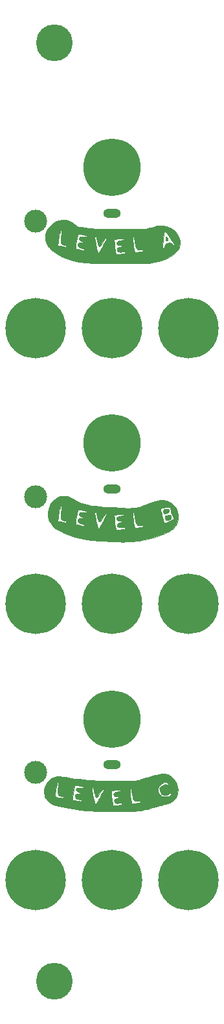
<source format=gbr>
G04 #@! TF.GenerationSoftware,KiCad,Pcbnew,5.1.10-88a1d61d58~88~ubuntu20.04.1*
G04 #@! TF.CreationDate,2021-04-30T11:23:36-07:00*
G04 #@! TF.ProjectId,vca_panel,7663615f-7061-46e6-956c-2e6b69636164,rev?*
G04 #@! TF.SameCoordinates,Original*
G04 #@! TF.FileFunction,Soldermask,Top*
G04 #@! TF.FilePolarity,Negative*
%FSLAX46Y46*%
G04 Gerber Fmt 4.6, Leading zero omitted, Abs format (unit mm)*
G04 Created by KiCad (PCBNEW 5.1.10-88a1d61d58~88~ubuntu20.04.1) date 2021-04-30 11:23:36*
%MOMM*%
%LPD*%
G01*
G04 APERTURE LIST*
%ADD10C,0.010000*%
%ADD11O,2.300000X1.200000*%
%ADD12C,7.500000*%
%ADD13C,3.000000*%
%ADD14C,7.900000*%
%ADD15C,4.800000*%
G04 APERTURE END LIST*
D10*
G36*
X21151437Y90943910D02*
G01*
X21222888Y90869209D01*
X21281935Y90763841D01*
X21315758Y90644434D01*
X21316554Y90553436D01*
X21269648Y90474365D01*
X21179433Y90437676D01*
X21080331Y90452187D01*
X21037619Y90481981D01*
X21003731Y90559720D01*
X20987750Y90683298D01*
X20990909Y90815543D01*
X21014441Y90919285D01*
X21022598Y90934788D01*
X21080400Y90971313D01*
X21151437Y90943910D01*
G37*
X21151437Y90943910D02*
X21222888Y90869209D01*
X21281935Y90763841D01*
X21315758Y90644434D01*
X21316554Y90553436D01*
X21269648Y90474365D01*
X21179433Y90437676D01*
X21080331Y90452187D01*
X21037619Y90481981D01*
X21003731Y90559720D01*
X20987750Y90683298D01*
X20990909Y90815543D01*
X21014441Y90919285D01*
X21022598Y90934788D01*
X21080400Y90971313D01*
X21151437Y90943910D01*
G36*
X21424208Y55248708D02*
G01*
X21442836Y55144248D01*
X21450666Y55077841D01*
X21450667Y55077578D01*
X21415432Y55042982D01*
X21325206Y54987536D01*
X21203205Y54922822D01*
X21072647Y54860425D01*
X20956748Y54811927D01*
X20878725Y54788912D01*
X20870984Y54788367D01*
X20811275Y54819848D01*
X20754567Y54882420D01*
X20707870Y54994350D01*
X20690478Y55131853D01*
X20703619Y55258512D01*
X20739467Y55330200D01*
X20809847Y55357875D01*
X20944112Y55375733D01*
X21094008Y55381000D01*
X21397750Y55381000D01*
X21424208Y55248708D01*
G37*
X21424208Y55248708D02*
X21442836Y55144248D01*
X21450666Y55077841D01*
X21450667Y55077578D01*
X21415432Y55042982D01*
X21325206Y54987536D01*
X21203205Y54922822D01*
X21072647Y54860425D01*
X20956748Y54811927D01*
X20878725Y54788912D01*
X20870984Y54788367D01*
X20811275Y54819848D01*
X20754567Y54882420D01*
X20707870Y54994350D01*
X20690478Y55131853D01*
X20703619Y55258512D01*
X20739467Y55330200D01*
X20809847Y55357875D01*
X20944112Y55375733D01*
X21094008Y55381000D01*
X21397750Y55381000D01*
X21424208Y55248708D01*
G36*
X21703150Y54457680D02*
G01*
X21739531Y54302658D01*
X21735261Y54202256D01*
X21679032Y54131674D01*
X21559537Y54066113D01*
X21515592Y54046335D01*
X21329573Y53967200D01*
X21201966Y53924440D01*
X21115350Y53916773D01*
X21052307Y53942917D01*
X20995416Y54001590D01*
X20990581Y54007687D01*
X20928931Y54126506D01*
X20899779Y54266870D01*
X20904001Y54400625D01*
X20942474Y54499618D01*
X20974417Y54527069D01*
X21052173Y54549275D01*
X21186058Y54571464D01*
X21347660Y54588965D01*
X21354136Y54589488D01*
X21659773Y54613859D01*
X21703150Y54457680D01*
G37*
X21703150Y54457680D02*
X21739531Y54302658D01*
X21735261Y54202256D01*
X21679032Y54131674D01*
X21559537Y54066113D01*
X21515592Y54046335D01*
X21329573Y53967200D01*
X21201966Y53924440D01*
X21115350Y53916773D01*
X21052307Y53942917D01*
X20995416Y54001590D01*
X20990581Y54007687D01*
X20928931Y54126506D01*
X20899779Y54266870D01*
X20904001Y54400625D01*
X20942474Y54499618D01*
X20974417Y54527069D01*
X21052173Y54549275D01*
X21186058Y54571464D01*
X21347660Y54588965D01*
X21354136Y54589488D01*
X21659773Y54613859D01*
X21703150Y54457680D01*
G36*
X7870960Y93149432D02*
G01*
X8270432Y93054197D01*
X8659907Y92878523D01*
X9032673Y92622062D01*
X9068076Y92592549D01*
X9254387Y92455284D01*
X9463073Y92345119D01*
X9708011Y92257550D01*
X10003080Y92188069D01*
X10362155Y92132173D01*
X10556143Y92109403D01*
X10831513Y92079635D01*
X11135201Y92046775D01*
X11428376Y92015026D01*
X11650500Y91990946D01*
X11784949Y91979251D01*
X11959983Y91969256D01*
X12180656Y91960890D01*
X12452024Y91954084D01*
X12779142Y91948769D01*
X13167065Y91944874D01*
X13620849Y91942331D01*
X14145549Y91941070D01*
X14746220Y91941020D01*
X15227667Y91941694D01*
X18296833Y91947555D01*
X18716861Y92053989D01*
X18897500Y92096930D01*
X19049308Y92127758D01*
X19152521Y92142755D01*
X19184808Y92142036D01*
X19246600Y92148288D01*
X19358094Y92183239D01*
X19467360Y92227414D01*
X19868342Y92360170D01*
X20284190Y92416120D01*
X20704015Y92399114D01*
X21116927Y92313001D01*
X21512038Y92161631D01*
X21878457Y91948852D01*
X22205297Y91678515D01*
X22481666Y91354466D01*
X22633739Y91108168D01*
X22797380Y90725197D01*
X22877166Y90350045D01*
X22873732Y89985091D01*
X22787713Y89632714D01*
X22619746Y89295295D01*
X22370467Y88975214D01*
X22040511Y88674851D01*
X21969047Y88620426D01*
X21550132Y88340474D01*
X21103856Y88104023D01*
X20619802Y87907489D01*
X20087552Y87747289D01*
X19496691Y87619841D01*
X18836800Y87521561D01*
X18741333Y87510272D01*
X18626395Y87501972D01*
X18435159Y87494109D01*
X18175990Y87486725D01*
X17857256Y87479863D01*
X17487323Y87473567D01*
X17074558Y87467878D01*
X16627328Y87462840D01*
X16154000Y87458496D01*
X15662940Y87454889D01*
X15162515Y87452061D01*
X14661092Y87450056D01*
X14167038Y87448916D01*
X13688720Y87448684D01*
X13234503Y87449403D01*
X12812756Y87451116D01*
X12431845Y87453866D01*
X12100136Y87457695D01*
X11825997Y87462647D01*
X11617794Y87468765D01*
X11523500Y87473282D01*
X10573950Y87555986D01*
X9695151Y87684677D01*
X8886670Y87859496D01*
X8148077Y88080586D01*
X7478940Y88348089D01*
X6878826Y88662148D01*
X6347306Y89022906D01*
X6034903Y89285708D01*
X5774748Y89558541D01*
X9216333Y89558541D01*
X9216333Y89380442D01*
X9523250Y89315321D01*
X9856493Y89251069D01*
X10115067Y89215436D01*
X10297553Y89208526D01*
X10402534Y89230443D01*
X10423979Y89249521D01*
X10426515Y89318930D01*
X10346912Y89382417D01*
X10187586Y89438439D01*
X10094285Y89460031D01*
X9847286Y89522973D01*
X9675410Y89597945D01*
X9569264Y89691937D01*
X9519454Y89811944D01*
X9512667Y89892959D01*
X9531178Y90014908D01*
X9594818Y90097383D01*
X9715743Y90148465D01*
X9906109Y90176231D01*
X9943095Y90179000D01*
X10126433Y90202389D01*
X10228245Y90239463D01*
X10249867Y90286520D01*
X10192633Y90339858D01*
X10057881Y90395773D01*
X9846945Y90450563D01*
X9844980Y90450981D01*
X9745237Y90510437D01*
X9679477Y90619144D01*
X9662307Y90743933D01*
X9683716Y90817207D01*
X9742922Y90896614D01*
X9773057Y90914031D01*
X11727082Y90914031D01*
X11728668Y90856769D01*
X11745603Y90731475D01*
X11775014Y90552799D01*
X11814030Y90335392D01*
X11859778Y90093904D01*
X11909385Y89842985D01*
X11959979Y89597286D01*
X12008688Y89371458D01*
X12052639Y89180151D01*
X12088960Y89038015D01*
X12105670Y88983083D01*
X12154752Y88892611D01*
X12217349Y88877588D01*
X12297909Y88939578D01*
X12400882Y89080147D01*
X12406477Y89088917D01*
X12474076Y89200162D01*
X12572394Y89368218D01*
X12691417Y89575670D01*
X12821135Y89805102D01*
X12920765Y89983549D01*
X13059203Y90236509D01*
X13157941Y90426233D01*
X13221084Y90561936D01*
X13227397Y90580065D01*
X14275167Y90580065D01*
X14286816Y90347783D01*
X14298920Y90173543D01*
X14319111Y89954016D01*
X14345035Y89708857D01*
X14374336Y89457718D01*
X14404660Y89220252D01*
X14433652Y89016113D01*
X14458955Y88864955D01*
X14471305Y88808183D01*
X14514262Y88643865D01*
X14881547Y88673494D01*
X15081968Y88692922D01*
X15279558Y88717490D01*
X15437174Y88742478D01*
X15460500Y88747082D01*
X15620986Y88787328D01*
X15705577Y88828995D01*
X15722870Y88878894D01*
X15692661Y88930976D01*
X15651802Y88963719D01*
X15585434Y88980426D01*
X15474952Y88982828D01*
X15301746Y88972658D01*
X15270638Y88970268D01*
X15091403Y88957927D01*
X14974130Y88957162D01*
X14896519Y88971285D01*
X14836272Y89003606D01*
X14789104Y89041748D01*
X14696852Y89150069D01*
X14668010Y89274910D01*
X14691184Y89426066D01*
X14710962Y89482707D01*
X14746922Y89524508D01*
X14815007Y89559067D01*
X14931160Y89593980D01*
X15111324Y89636843D01*
X15153583Y89646395D01*
X15247819Y89693416D01*
X15270000Y89756473D01*
X15259787Y89804743D01*
X15215868Y89830019D01*
X15118325Y89839390D01*
X15034383Y89840333D01*
X14815186Y89861436D01*
X14662211Y89922482D01*
X14579392Y90020078D01*
X14570658Y90150830D01*
X14592753Y90221543D01*
X14643607Y90304637D01*
X14727243Y90367497D01*
X14859045Y90417234D01*
X15054397Y90460962D01*
X15145159Y90476924D01*
X15335203Y90513429D01*
X15452415Y90549760D01*
X15508395Y90592004D01*
X15514748Y90646244D01*
X15508129Y90667297D01*
X15503887Y90673918D01*
X16709671Y90673918D01*
X16715937Y90515526D01*
X16732795Y90309677D01*
X16757931Y90072979D01*
X16789034Y89822036D01*
X16823789Y89573452D01*
X16859884Y89343833D01*
X16895007Y89149785D01*
X16926843Y89007911D01*
X16951596Y88937142D01*
X17005163Y88922146D01*
X17130558Y88923069D01*
X17316624Y88939036D01*
X17552205Y88969174D01*
X17748659Y88999560D01*
X17933236Y89035284D01*
X18044687Y89072482D01*
X18094421Y89117355D01*
X18093847Y89176104D01*
X18090547Y89185411D01*
X18065384Y89222266D01*
X18013243Y89241643D01*
X17915606Y89246274D01*
X17753959Y89238889D01*
X17735759Y89237736D01*
X17569788Y89228636D01*
X17463319Y89231620D01*
X17391397Y89252828D01*
X17329068Y89298401D01*
X17274674Y89351193D01*
X17210187Y89423590D01*
X17158860Y89505161D01*
X17123729Y89591978D01*
X20614037Y89591978D01*
X20617355Y89570259D01*
X20676612Y89513289D01*
X20727753Y89501667D01*
X20789256Y89523228D01*
X20825065Y89600879D01*
X20836520Y89660417D01*
X20902181Y89884964D01*
X21020912Y90044537D01*
X21195641Y90141554D01*
X21429293Y90178431D01*
X21464347Y90178934D01*
X21592021Y90172141D01*
X21681323Y90140277D01*
X21768184Y90066268D01*
X21820542Y90009667D01*
X21938883Y89898500D01*
X22036501Y89845841D01*
X22103003Y89854430D01*
X22127994Y89927010D01*
X22128000Y89928584D01*
X22104955Y89984473D01*
X22041259Y90097190D01*
X21945072Y90254381D01*
X21824552Y90443693D01*
X21687857Y90652772D01*
X21543147Y90869265D01*
X21398580Y91080818D01*
X21262316Y91275077D01*
X21142513Y91439690D01*
X21056241Y91551377D01*
X20969358Y91637321D01*
X20901243Y91651688D01*
X20847849Y91590943D01*
X20805127Y91451552D01*
X20780152Y91310349D01*
X20748665Y91082914D01*
X20717503Y90829807D01*
X20688034Y90565670D01*
X20661628Y90305143D01*
X20639656Y90062870D01*
X20623487Y89853490D01*
X20614491Y89691646D01*
X20614037Y89591978D01*
X17123729Y89591978D01*
X17116479Y89609894D01*
X17078829Y89751778D01*
X17041695Y89944799D01*
X17000863Y90202946D01*
X16984477Y90314305D01*
X16951705Y90515904D01*
X16916812Y90691157D01*
X16884136Y90820347D01*
X16859671Y90881689D01*
X16797726Y90932311D01*
X16749040Y90905152D01*
X16718269Y90806662D01*
X16709671Y90673918D01*
X15503887Y90673918D01*
X15486363Y90701267D01*
X15442107Y90720371D01*
X15358597Y90726357D01*
X15219064Y90720976D01*
X15082864Y90711660D01*
X14878811Y90692668D01*
X14680239Y90667400D01*
X14520800Y90640346D01*
X14480486Y90631290D01*
X14275167Y90580065D01*
X13227397Y90580065D01*
X13252738Y90652836D01*
X13257010Y90708149D01*
X13250783Y90724382D01*
X13200351Y90778633D01*
X13143869Y90779390D01*
X13074066Y90720658D01*
X12983671Y90596440D01*
X12871822Y90411833D01*
X12722456Y90157744D01*
X12605980Y89970159D01*
X12516072Y89840545D01*
X12446414Y89760366D01*
X12390684Y89721087D01*
X12354586Y89713333D01*
X12294926Y89722682D01*
X12246600Y89758736D01*
X12204150Y89833505D01*
X12162119Y89959001D01*
X12115049Y90147234D01*
X12074825Y90329051D01*
X12030672Y90531641D01*
X11991070Y90708633D01*
X11960362Y90840919D01*
X11942936Y90909250D01*
X11889082Y90969476D01*
X11807506Y90978605D01*
X11738667Y90935739D01*
X11727082Y90914031D01*
X9773057Y90914031D01*
X9828652Y90946163D01*
X9956509Y90969537D01*
X10142096Y90970424D01*
X10293587Y90961252D01*
X10480281Y90949033D01*
X10599464Y90947356D01*
X10667822Y90957856D01*
X10702041Y90982166D01*
X10712456Y91002277D01*
X10707988Y91062688D01*
X10634167Y91115777D01*
X10601817Y91130196D01*
X10506491Y91160103D01*
X10360899Y91194420D01*
X10184634Y91229841D01*
X9997290Y91263059D01*
X9818459Y91290768D01*
X9667734Y91309662D01*
X9564709Y91316435D01*
X9529961Y91311073D01*
X9506747Y91254133D01*
X9474262Y91129028D01*
X9435303Y90951398D01*
X9392669Y90736878D01*
X9349159Y90501108D01*
X9307571Y90259724D01*
X9270704Y90028364D01*
X9241356Y89822666D01*
X9222326Y89658267D01*
X9216333Y89558541D01*
X5774748Y89558541D01*
X5729879Y89605596D01*
X5534981Y89891661D01*
X6911067Y89891661D01*
X6922638Y89831102D01*
X6922875Y89830859D01*
X6986042Y89800990D01*
X7111382Y89764099D01*
X7277192Y89724718D01*
X7461770Y89687376D01*
X7643413Y89656607D01*
X7800419Y89636940D01*
X7873578Y89632359D01*
X8000922Y89645850D01*
X8059485Y89695977D01*
X8059664Y89696439D01*
X8062930Y89756147D01*
X8013798Y89804591D01*
X7901484Y89848006D01*
X7723366Y89890921D01*
X7542243Y89945288D01*
X7411856Y90017483D01*
X7388210Y90039126D01*
X7316255Y90167146D01*
X7280795Y90361255D01*
X7281632Y90624786D01*
X7318566Y90961073D01*
X7329173Y91030475D01*
X7360793Y91230035D01*
X7389692Y91412575D01*
X7411868Y91552809D01*
X7420625Y91608303D01*
X7423738Y91715748D01*
X7384296Y91768124D01*
X7374010Y91772674D01*
X7295877Y91776589D01*
X7268337Y91761538D01*
X7233700Y91693469D01*
X7191747Y91559442D01*
X7145131Y91374283D01*
X7096504Y91152815D01*
X7048520Y90909861D01*
X7003830Y90660247D01*
X6965087Y90418796D01*
X6934944Y90200331D01*
X6916053Y90019678D01*
X6911067Y89891661D01*
X5534981Y89891661D01*
X5506143Y89933988D01*
X5360331Y90277834D01*
X5289076Y90644086D01*
X5280368Y90844415D01*
X5308187Y91235472D01*
X5393618Y91583981D01*
X5543564Y91906087D01*
X5764923Y92217932D01*
X5958630Y92431212D01*
X6307381Y92732948D01*
X6679703Y92955986D01*
X7068883Y93099978D01*
X7468206Y93164576D01*
X7870960Y93149432D01*
G37*
X7870960Y93149432D02*
X8270432Y93054197D01*
X8659907Y92878523D01*
X9032673Y92622062D01*
X9068076Y92592549D01*
X9254387Y92455284D01*
X9463073Y92345119D01*
X9708011Y92257550D01*
X10003080Y92188069D01*
X10362155Y92132173D01*
X10556143Y92109403D01*
X10831513Y92079635D01*
X11135201Y92046775D01*
X11428376Y92015026D01*
X11650500Y91990946D01*
X11784949Y91979251D01*
X11959983Y91969256D01*
X12180656Y91960890D01*
X12452024Y91954084D01*
X12779142Y91948769D01*
X13167065Y91944874D01*
X13620849Y91942331D01*
X14145549Y91941070D01*
X14746220Y91941020D01*
X15227667Y91941694D01*
X18296833Y91947555D01*
X18716861Y92053989D01*
X18897500Y92096930D01*
X19049308Y92127758D01*
X19152521Y92142755D01*
X19184808Y92142036D01*
X19246600Y92148288D01*
X19358094Y92183239D01*
X19467360Y92227414D01*
X19868342Y92360170D01*
X20284190Y92416120D01*
X20704015Y92399114D01*
X21116927Y92313001D01*
X21512038Y92161631D01*
X21878457Y91948852D01*
X22205297Y91678515D01*
X22481666Y91354466D01*
X22633739Y91108168D01*
X22797380Y90725197D01*
X22877166Y90350045D01*
X22873732Y89985091D01*
X22787713Y89632714D01*
X22619746Y89295295D01*
X22370467Y88975214D01*
X22040511Y88674851D01*
X21969047Y88620426D01*
X21550132Y88340474D01*
X21103856Y88104023D01*
X20619802Y87907489D01*
X20087552Y87747289D01*
X19496691Y87619841D01*
X18836800Y87521561D01*
X18741333Y87510272D01*
X18626395Y87501972D01*
X18435159Y87494109D01*
X18175990Y87486725D01*
X17857256Y87479863D01*
X17487323Y87473567D01*
X17074558Y87467878D01*
X16627328Y87462840D01*
X16154000Y87458496D01*
X15662940Y87454889D01*
X15162515Y87452061D01*
X14661092Y87450056D01*
X14167038Y87448916D01*
X13688720Y87448684D01*
X13234503Y87449403D01*
X12812756Y87451116D01*
X12431845Y87453866D01*
X12100136Y87457695D01*
X11825997Y87462647D01*
X11617794Y87468765D01*
X11523500Y87473282D01*
X10573950Y87555986D01*
X9695151Y87684677D01*
X8886670Y87859496D01*
X8148077Y88080586D01*
X7478940Y88348089D01*
X6878826Y88662148D01*
X6347306Y89022906D01*
X6034903Y89285708D01*
X5774748Y89558541D01*
X9216333Y89558541D01*
X9216333Y89380442D01*
X9523250Y89315321D01*
X9856493Y89251069D01*
X10115067Y89215436D01*
X10297553Y89208526D01*
X10402534Y89230443D01*
X10423979Y89249521D01*
X10426515Y89318930D01*
X10346912Y89382417D01*
X10187586Y89438439D01*
X10094285Y89460031D01*
X9847286Y89522973D01*
X9675410Y89597945D01*
X9569264Y89691937D01*
X9519454Y89811944D01*
X9512667Y89892959D01*
X9531178Y90014908D01*
X9594818Y90097383D01*
X9715743Y90148465D01*
X9906109Y90176231D01*
X9943095Y90179000D01*
X10126433Y90202389D01*
X10228245Y90239463D01*
X10249867Y90286520D01*
X10192633Y90339858D01*
X10057881Y90395773D01*
X9846945Y90450563D01*
X9844980Y90450981D01*
X9745237Y90510437D01*
X9679477Y90619144D01*
X9662307Y90743933D01*
X9683716Y90817207D01*
X9742922Y90896614D01*
X9773057Y90914031D01*
X11727082Y90914031D01*
X11728668Y90856769D01*
X11745603Y90731475D01*
X11775014Y90552799D01*
X11814030Y90335392D01*
X11859778Y90093904D01*
X11909385Y89842985D01*
X11959979Y89597286D01*
X12008688Y89371458D01*
X12052639Y89180151D01*
X12088960Y89038015D01*
X12105670Y88983083D01*
X12154752Y88892611D01*
X12217349Y88877588D01*
X12297909Y88939578D01*
X12400882Y89080147D01*
X12406477Y89088917D01*
X12474076Y89200162D01*
X12572394Y89368218D01*
X12691417Y89575670D01*
X12821135Y89805102D01*
X12920765Y89983549D01*
X13059203Y90236509D01*
X13157941Y90426233D01*
X13221084Y90561936D01*
X13227397Y90580065D01*
X14275167Y90580065D01*
X14286816Y90347783D01*
X14298920Y90173543D01*
X14319111Y89954016D01*
X14345035Y89708857D01*
X14374336Y89457718D01*
X14404660Y89220252D01*
X14433652Y89016113D01*
X14458955Y88864955D01*
X14471305Y88808183D01*
X14514262Y88643865D01*
X14881547Y88673494D01*
X15081968Y88692922D01*
X15279558Y88717490D01*
X15437174Y88742478D01*
X15460500Y88747082D01*
X15620986Y88787328D01*
X15705577Y88828995D01*
X15722870Y88878894D01*
X15692661Y88930976D01*
X15651802Y88963719D01*
X15585434Y88980426D01*
X15474952Y88982828D01*
X15301746Y88972658D01*
X15270638Y88970268D01*
X15091403Y88957927D01*
X14974130Y88957162D01*
X14896519Y88971285D01*
X14836272Y89003606D01*
X14789104Y89041748D01*
X14696852Y89150069D01*
X14668010Y89274910D01*
X14691184Y89426066D01*
X14710962Y89482707D01*
X14746922Y89524508D01*
X14815007Y89559067D01*
X14931160Y89593980D01*
X15111324Y89636843D01*
X15153583Y89646395D01*
X15247819Y89693416D01*
X15270000Y89756473D01*
X15259787Y89804743D01*
X15215868Y89830019D01*
X15118325Y89839390D01*
X15034383Y89840333D01*
X14815186Y89861436D01*
X14662211Y89922482D01*
X14579392Y90020078D01*
X14570658Y90150830D01*
X14592753Y90221543D01*
X14643607Y90304637D01*
X14727243Y90367497D01*
X14859045Y90417234D01*
X15054397Y90460962D01*
X15145159Y90476924D01*
X15335203Y90513429D01*
X15452415Y90549760D01*
X15508395Y90592004D01*
X15514748Y90646244D01*
X15508129Y90667297D01*
X15503887Y90673918D01*
X16709671Y90673918D01*
X16715937Y90515526D01*
X16732795Y90309677D01*
X16757931Y90072979D01*
X16789034Y89822036D01*
X16823789Y89573452D01*
X16859884Y89343833D01*
X16895007Y89149785D01*
X16926843Y89007911D01*
X16951596Y88937142D01*
X17005163Y88922146D01*
X17130558Y88923069D01*
X17316624Y88939036D01*
X17552205Y88969174D01*
X17748659Y88999560D01*
X17933236Y89035284D01*
X18044687Y89072482D01*
X18094421Y89117355D01*
X18093847Y89176104D01*
X18090547Y89185411D01*
X18065384Y89222266D01*
X18013243Y89241643D01*
X17915606Y89246274D01*
X17753959Y89238889D01*
X17735759Y89237736D01*
X17569788Y89228636D01*
X17463319Y89231620D01*
X17391397Y89252828D01*
X17329068Y89298401D01*
X17274674Y89351193D01*
X17210187Y89423590D01*
X17158860Y89505161D01*
X17123729Y89591978D01*
X20614037Y89591978D01*
X20617355Y89570259D01*
X20676612Y89513289D01*
X20727753Y89501667D01*
X20789256Y89523228D01*
X20825065Y89600879D01*
X20836520Y89660417D01*
X20902181Y89884964D01*
X21020912Y90044537D01*
X21195641Y90141554D01*
X21429293Y90178431D01*
X21464347Y90178934D01*
X21592021Y90172141D01*
X21681323Y90140277D01*
X21768184Y90066268D01*
X21820542Y90009667D01*
X21938883Y89898500D01*
X22036501Y89845841D01*
X22103003Y89854430D01*
X22127994Y89927010D01*
X22128000Y89928584D01*
X22104955Y89984473D01*
X22041259Y90097190D01*
X21945072Y90254381D01*
X21824552Y90443693D01*
X21687857Y90652772D01*
X21543147Y90869265D01*
X21398580Y91080818D01*
X21262316Y91275077D01*
X21142513Y91439690D01*
X21056241Y91551377D01*
X20969358Y91637321D01*
X20901243Y91651688D01*
X20847849Y91590943D01*
X20805127Y91451552D01*
X20780152Y91310349D01*
X20748665Y91082914D01*
X20717503Y90829807D01*
X20688034Y90565670D01*
X20661628Y90305143D01*
X20639656Y90062870D01*
X20623487Y89853490D01*
X20614491Y89691646D01*
X20614037Y89591978D01*
X17123729Y89591978D01*
X17116479Y89609894D01*
X17078829Y89751778D01*
X17041695Y89944799D01*
X17000863Y90202946D01*
X16984477Y90314305D01*
X16951705Y90515904D01*
X16916812Y90691157D01*
X16884136Y90820347D01*
X16859671Y90881689D01*
X16797726Y90932311D01*
X16749040Y90905152D01*
X16718269Y90806662D01*
X16709671Y90673918D01*
X15503887Y90673918D01*
X15486363Y90701267D01*
X15442107Y90720371D01*
X15358597Y90726357D01*
X15219064Y90720976D01*
X15082864Y90711660D01*
X14878811Y90692668D01*
X14680239Y90667400D01*
X14520800Y90640346D01*
X14480486Y90631290D01*
X14275167Y90580065D01*
X13227397Y90580065D01*
X13252738Y90652836D01*
X13257010Y90708149D01*
X13250783Y90724382D01*
X13200351Y90778633D01*
X13143869Y90779390D01*
X13074066Y90720658D01*
X12983671Y90596440D01*
X12871822Y90411833D01*
X12722456Y90157744D01*
X12605980Y89970159D01*
X12516072Y89840545D01*
X12446414Y89760366D01*
X12390684Y89721087D01*
X12354586Y89713333D01*
X12294926Y89722682D01*
X12246600Y89758736D01*
X12204150Y89833505D01*
X12162119Y89959001D01*
X12115049Y90147234D01*
X12074825Y90329051D01*
X12030672Y90531641D01*
X11991070Y90708633D01*
X11960362Y90840919D01*
X11942936Y90909250D01*
X11889082Y90969476D01*
X11807506Y90978605D01*
X11738667Y90935739D01*
X11727082Y90914031D01*
X9773057Y90914031D01*
X9828652Y90946163D01*
X9956509Y90969537D01*
X10142096Y90970424D01*
X10293587Y90961252D01*
X10480281Y90949033D01*
X10599464Y90947356D01*
X10667822Y90957856D01*
X10702041Y90982166D01*
X10712456Y91002277D01*
X10707988Y91062688D01*
X10634167Y91115777D01*
X10601817Y91130196D01*
X10506491Y91160103D01*
X10360899Y91194420D01*
X10184634Y91229841D01*
X9997290Y91263059D01*
X9818459Y91290768D01*
X9667734Y91309662D01*
X9564709Y91316435D01*
X9529961Y91311073D01*
X9506747Y91254133D01*
X9474262Y91129028D01*
X9435303Y90951398D01*
X9392669Y90736878D01*
X9349159Y90501108D01*
X9307571Y90259724D01*
X9270704Y90028364D01*
X9241356Y89822666D01*
X9222326Y89658267D01*
X9216333Y89558541D01*
X5774748Y89558541D01*
X5729879Y89605596D01*
X5534981Y89891661D01*
X6911067Y89891661D01*
X6922638Y89831102D01*
X6922875Y89830859D01*
X6986042Y89800990D01*
X7111382Y89764099D01*
X7277192Y89724718D01*
X7461770Y89687376D01*
X7643413Y89656607D01*
X7800419Y89636940D01*
X7873578Y89632359D01*
X8000922Y89645850D01*
X8059485Y89695977D01*
X8059664Y89696439D01*
X8062930Y89756147D01*
X8013798Y89804591D01*
X7901484Y89848006D01*
X7723366Y89890921D01*
X7542243Y89945288D01*
X7411856Y90017483D01*
X7388210Y90039126D01*
X7316255Y90167146D01*
X7280795Y90361255D01*
X7281632Y90624786D01*
X7318566Y90961073D01*
X7329173Y91030475D01*
X7360793Y91230035D01*
X7389692Y91412575D01*
X7411868Y91552809D01*
X7420625Y91608303D01*
X7423738Y91715748D01*
X7384296Y91768124D01*
X7374010Y91772674D01*
X7295877Y91776589D01*
X7268337Y91761538D01*
X7233700Y91693469D01*
X7191747Y91559442D01*
X7145131Y91374283D01*
X7096504Y91152815D01*
X7048520Y90909861D01*
X7003830Y90660247D01*
X6965087Y90418796D01*
X6934944Y90200331D01*
X6916053Y90019678D01*
X6911067Y89891661D01*
X5534981Y89891661D01*
X5506143Y89933988D01*
X5360331Y90277834D01*
X5289076Y90644086D01*
X5280368Y90844415D01*
X5308187Y91235472D01*
X5393618Y91583981D01*
X5543564Y91906087D01*
X5764923Y92217932D01*
X5958630Y92431212D01*
X6307381Y92732948D01*
X6679703Y92955986D01*
X7068883Y93099978D01*
X7468206Y93164576D01*
X7870960Y93149432D01*
G36*
X7909264Y57107651D02*
G01*
X8160476Y57072079D01*
X8405265Y56995676D01*
X8665809Y56871629D01*
X8945782Y56704940D01*
X9285820Y56503201D01*
X9633593Y56328113D01*
X9997797Y56177708D01*
X10387129Y56050018D01*
X10810285Y55943074D01*
X11275962Y55854909D01*
X11792857Y55783554D01*
X12369667Y55727041D01*
X13015086Y55683401D01*
X13576667Y55656835D01*
X13826541Y55644962D01*
X14132473Y55627546D01*
X14466169Y55606363D01*
X14799336Y55583189D01*
X15037167Y55565149D01*
X15485109Y55535841D01*
X15919586Y55519094D01*
X16313040Y55515763D01*
X16497667Y55519805D01*
X16742795Y55531362D01*
X16959629Y55549808D01*
X17162720Y55578887D01*
X17366621Y55622343D01*
X17585883Y55683918D01*
X17835058Y55767357D01*
X18128698Y55876401D01*
X18481354Y56014795D01*
X18588504Y56057650D01*
X19115078Y56256162D01*
X19582810Y56404068D01*
X20000094Y56502217D01*
X20375325Y56551458D01*
X20716898Y56552642D01*
X21033206Y56506616D01*
X21332644Y56414232D01*
X21480075Y56350248D01*
X21779634Y56164607D01*
X22053094Y55911725D01*
X22287414Y55608015D01*
X22469552Y55269888D01*
X22571179Y54977074D01*
X22619935Y54695550D01*
X22635344Y54378320D01*
X22617936Y54060758D01*
X22568243Y53778241D01*
X22552346Y53722080D01*
X22423763Y53403024D01*
X22244145Y53126725D01*
X22003930Y52882468D01*
X21693557Y52659536D01*
X21508938Y52552645D01*
X20623526Y52118965D01*
X19707706Y51763406D01*
X18766532Y51487655D01*
X17805059Y51293399D01*
X17680427Y51274452D01*
X17439061Y51243821D01*
X17143499Y51213635D01*
X16812923Y51185168D01*
X16466518Y51159695D01*
X16123465Y51138491D01*
X15802948Y51122831D01*
X15524149Y51113991D01*
X15306253Y51113245D01*
X15270000Y51114237D01*
X15107941Y51119824D01*
X14904587Y51126733D01*
X14703265Y51133491D01*
X14698500Y51133650D01*
X14193219Y51153255D01*
X13668707Y51178708D01*
X13138400Y51209028D01*
X12615739Y51243239D01*
X12114162Y51280361D01*
X11647106Y51319415D01*
X11228012Y51359424D01*
X10870317Y51399408D01*
X10655667Y51428023D01*
X9845308Y51571267D01*
X9081824Y51756213D01*
X8374859Y51980092D01*
X7734056Y52240140D01*
X7593962Y52306274D01*
X7114449Y52557156D01*
X6713869Y52806511D01*
X6386695Y53058752D01*
X6127401Y53318294D01*
X5940875Y53575207D01*
X9216333Y53575207D01*
X9216333Y53397109D01*
X9523250Y53331988D01*
X9856493Y53267735D01*
X10115067Y53232102D01*
X10297553Y53225193D01*
X10402534Y53247110D01*
X10423979Y53266188D01*
X10426515Y53335597D01*
X10346912Y53399083D01*
X10187586Y53455105D01*
X10094285Y53476698D01*
X9847286Y53539640D01*
X9675410Y53614611D01*
X9569264Y53708604D01*
X9519454Y53828610D01*
X9512667Y53909626D01*
X9531178Y54031574D01*
X9594818Y54114050D01*
X9715743Y54165132D01*
X9906109Y54192898D01*
X9943095Y54195667D01*
X10126433Y54219056D01*
X10228245Y54256130D01*
X10249867Y54303187D01*
X10192633Y54356524D01*
X10057881Y54412439D01*
X9846945Y54467229D01*
X9844980Y54467648D01*
X9745237Y54527103D01*
X9679477Y54635810D01*
X9662307Y54760600D01*
X9683716Y54833874D01*
X9742922Y54913281D01*
X9794950Y54943351D01*
X11731937Y54943351D01*
X11733447Y54885657D01*
X11750537Y54759464D01*
X11780503Y54578937D01*
X11820638Y54358245D01*
X11868235Y54111555D01*
X11920589Y53853035D01*
X11974994Y53596851D01*
X12028742Y53357173D01*
X12060509Y53223242D01*
X12115637Y53030740D01*
X12170666Y52920051D01*
X12231216Y52888514D01*
X12302909Y52933468D01*
X12391365Y53052253D01*
X12398368Y53063326D01*
X12497413Y53226515D01*
X12612526Y53424792D01*
X12736687Y53645077D01*
X12862875Y53874288D01*
X12984072Y54099347D01*
X13093255Y54307171D01*
X13183405Y54484680D01*
X13243506Y54610435D01*
X14283991Y54610435D01*
X14311628Y54180801D01*
X14328371Y53965005D01*
X14351847Y53721968D01*
X14379751Y53470255D01*
X14409775Y53228428D01*
X14439614Y53015052D01*
X14466960Y52848690D01*
X14489509Y52747908D01*
X14489741Y52747171D01*
X14508580Y52706315D01*
X14544819Y52683154D01*
X14616187Y52675123D01*
X14740409Y52679658D01*
X14883917Y52690154D01*
X15088260Y52710242D01*
X15293551Y52737150D01*
X15460468Y52765613D01*
X15482692Y52770337D01*
X15620343Y52807070D01*
X15691573Y52845669D01*
X15714197Y52896522D01*
X15714500Y52905490D01*
X15708537Y52943376D01*
X15680511Y52967721D01*
X15615214Y52981490D01*
X15497442Y52987647D01*
X15311988Y52989157D01*
X15285347Y52989167D01*
X15042890Y52995714D01*
X14872696Y53019419D01*
X14763088Y53066382D01*
X14702388Y53142699D01*
X14678919Y53254470D01*
X14677333Y53306667D01*
X14703661Y53454509D01*
X14788966Y53554251D01*
X14942733Y53615435D01*
X14994833Y53626157D01*
X15171274Y53668644D01*
X15267739Y53719791D01*
X15288702Y53782186D01*
X15285061Y53794146D01*
X15240683Y53833416D01*
X15136769Y53853114D01*
X15016160Y53857000D01*
X14817179Y53880024D01*
X14671420Y53943029D01*
X14586422Y54036913D01*
X14569726Y54152575D01*
X14628870Y54280914D01*
X14646711Y54302992D01*
X14711328Y54363578D01*
X14797082Y54408956D01*
X14924695Y54447146D01*
X15114888Y54486169D01*
X15124498Y54487935D01*
X15306200Y54523595D01*
X15419357Y54553689D01*
X15479270Y54584407D01*
X15501240Y54621943D01*
X15502833Y54641046D01*
X15496314Y54681519D01*
X15487144Y54688827D01*
X16709333Y54688827D01*
X16715401Y54537430D01*
X16732062Y54337032D01*
X16756999Y54104218D01*
X16787898Y53855569D01*
X16822442Y53607671D01*
X16858316Y53377106D01*
X16893205Y53180458D01*
X16924794Y53034309D01*
X16950765Y52955244D01*
X16951596Y52953809D01*
X17005163Y52938813D01*
X17130558Y52939735D01*
X17316624Y52955703D01*
X17552205Y52985841D01*
X17748659Y53016226D01*
X17933236Y53051951D01*
X18044687Y53089149D01*
X18094421Y53134021D01*
X18093847Y53192771D01*
X18090547Y53202078D01*
X18065384Y53238933D01*
X18013243Y53258310D01*
X17915606Y53262941D01*
X17753959Y53255556D01*
X17735759Y53254403D01*
X17569788Y53245303D01*
X17463319Y53248287D01*
X17391397Y53269495D01*
X17329068Y53315068D01*
X17274674Y53367860D01*
X17210187Y53440256D01*
X17158860Y53521828D01*
X17116479Y53626561D01*
X17078829Y53768444D01*
X17041695Y53961466D01*
X17000863Y54219613D01*
X16984477Y54330972D01*
X16951705Y54532570D01*
X16916812Y54707824D01*
X16884136Y54837014D01*
X16859671Y54898356D01*
X16797735Y54949000D01*
X16749055Y54921764D01*
X16718181Y54822986D01*
X16709333Y54688827D01*
X15487144Y54688827D01*
X15465762Y54705867D01*
X15394690Y54717623D01*
X15266607Y54720319D01*
X15139887Y54718802D01*
X14933018Y54709434D01*
X14722129Y54690277D01*
X14548751Y54665227D01*
X14530466Y54661603D01*
X14283991Y54610435D01*
X13243506Y54610435D01*
X13247502Y54618794D01*
X13278525Y54696432D01*
X13280333Y54706644D01*
X13269599Y54768569D01*
X13219505Y54796000D01*
X13148189Y54805267D01*
X13111318Y54771979D01*
X13042144Y54677589D01*
X12949355Y54535080D01*
X12841639Y54357431D01*
X12796832Y54280333D01*
X12676086Y54072194D01*
X12587257Y53926952D01*
X12521279Y53833417D01*
X12469087Y53780402D01*
X12421613Y53756716D01*
X12369791Y53751170D01*
X12368060Y53751167D01*
X12310160Y53757535D01*
X12262933Y53783897D01*
X12221833Y53841135D01*
X12182314Y53940132D01*
X12139828Y54091772D01*
X12089830Y54306939D01*
X12040900Y54534333D01*
X11997076Y54733197D01*
X11962258Y54863603D01*
X11930306Y54940396D01*
X11895078Y54978421D01*
X11851394Y54992386D01*
X11764472Y54978725D01*
X11731937Y54943351D01*
X9794950Y54943351D01*
X9828652Y54962829D01*
X9956509Y54986204D01*
X10142096Y54987091D01*
X10293587Y54977918D01*
X10480281Y54965700D01*
X10599464Y54964023D01*
X10667822Y54974523D01*
X10702041Y54998832D01*
X10712456Y55018944D01*
X10707988Y55079355D01*
X10634167Y55132444D01*
X10601817Y55146863D01*
X10506491Y55176770D01*
X10360899Y55211087D01*
X10184634Y55246508D01*
X9997290Y55279726D01*
X9818459Y55307435D01*
X9667734Y55326329D01*
X9564709Y55333101D01*
X9529961Y55327739D01*
X9506747Y55270799D01*
X9474262Y55145695D01*
X9435303Y54968064D01*
X9392669Y54753545D01*
X9349159Y54517774D01*
X9307571Y54276390D01*
X9270704Y54045030D01*
X9241356Y53839332D01*
X9222326Y53674934D01*
X9216333Y53575207D01*
X5940875Y53575207D01*
X5930462Y53589549D01*
X5883417Y53672547D01*
X5786076Y53908327D01*
X6911067Y53908327D01*
X6922638Y53847769D01*
X6922875Y53847525D01*
X6986042Y53817657D01*
X7111382Y53780766D01*
X7277192Y53741384D01*
X7461770Y53704043D01*
X7643413Y53673273D01*
X7800419Y53653607D01*
X7873578Y53649026D01*
X8000922Y53662517D01*
X8059485Y53712644D01*
X8059664Y53713106D01*
X8062930Y53772814D01*
X8013798Y53821258D01*
X7901484Y53864673D01*
X7723366Y53907587D01*
X7542243Y53961955D01*
X7411856Y54034149D01*
X7388210Y54055793D01*
X7316255Y54183812D01*
X7280795Y54377921D01*
X7281632Y54641453D01*
X7318566Y54977739D01*
X7329173Y55047142D01*
X7360793Y55246701D01*
X7380207Y55369330D01*
X20350570Y55369330D01*
X20361271Y55298338D01*
X20390200Y55162126D01*
X20433190Y54977126D01*
X20486078Y54759770D01*
X20544697Y54526490D01*
X20604884Y54293717D01*
X20662472Y54077884D01*
X20713298Y53895423D01*
X20753196Y53762765D01*
X20770196Y53713811D01*
X20805253Y53640168D01*
X20852240Y53609010D01*
X20939341Y53609252D01*
X21012564Y53618480D01*
X21136156Y53650380D01*
X21305237Y53713662D01*
X21491984Y53797350D01*
X21584833Y53844230D01*
X21749359Y53933816D01*
X21887156Y54014111D01*
X21979683Y54074029D01*
X22006345Y54096274D01*
X22031143Y54183695D01*
X22017705Y54317622D01*
X21973491Y54473284D01*
X21905961Y54625911D01*
X21822576Y54750731D01*
X21802843Y54772002D01*
X21716530Y54870145D01*
X21687403Y54944208D01*
X21698560Y55005889D01*
X21709105Y55114688D01*
X21687272Y55277881D01*
X21671434Y55347117D01*
X21636229Y55470363D01*
X21593613Y55554563D01*
X21528596Y55606058D01*
X21426188Y55631190D01*
X21271399Y55636300D01*
X21049240Y55627731D01*
X21012631Y55625839D01*
X20726954Y55597875D01*
X20522115Y55547869D01*
X20397100Y55475429D01*
X20350895Y55380162D01*
X20350570Y55369330D01*
X7380207Y55369330D01*
X7389692Y55429241D01*
X7411868Y55569476D01*
X7420625Y55624970D01*
X7423738Y55732414D01*
X7384296Y55784790D01*
X7374010Y55789341D01*
X7295877Y55793255D01*
X7268337Y55778205D01*
X7233700Y55710135D01*
X7191747Y55576109D01*
X7145131Y55390950D01*
X7096504Y55169481D01*
X7048520Y54926528D01*
X7003830Y54676914D01*
X6965087Y54435462D01*
X6934944Y54216998D01*
X6916053Y54036345D01*
X6911067Y53908327D01*
X5786076Y53908327D01*
X5725528Y54054985D01*
X5642323Y54457520D01*
X5630243Y54868989D01*
X5685729Y55278229D01*
X5805225Y55674079D01*
X5985173Y56045375D01*
X6222013Y56380956D01*
X6512188Y56669659D01*
X6852141Y56900322D01*
X6924192Y56937718D01*
X7089305Y57014711D01*
X7226102Y57062853D01*
X7368258Y57090331D01*
X7549449Y57105335D01*
X7629448Y57109203D01*
X7909264Y57107651D01*
G37*
X7909264Y57107651D02*
X8160476Y57072079D01*
X8405265Y56995676D01*
X8665809Y56871629D01*
X8945782Y56704940D01*
X9285820Y56503201D01*
X9633593Y56328113D01*
X9997797Y56177708D01*
X10387129Y56050018D01*
X10810285Y55943074D01*
X11275962Y55854909D01*
X11792857Y55783554D01*
X12369667Y55727041D01*
X13015086Y55683401D01*
X13576667Y55656835D01*
X13826541Y55644962D01*
X14132473Y55627546D01*
X14466169Y55606363D01*
X14799336Y55583189D01*
X15037167Y55565149D01*
X15485109Y55535841D01*
X15919586Y55519094D01*
X16313040Y55515763D01*
X16497667Y55519805D01*
X16742795Y55531362D01*
X16959629Y55549808D01*
X17162720Y55578887D01*
X17366621Y55622343D01*
X17585883Y55683918D01*
X17835058Y55767357D01*
X18128698Y55876401D01*
X18481354Y56014795D01*
X18588504Y56057650D01*
X19115078Y56256162D01*
X19582810Y56404068D01*
X20000094Y56502217D01*
X20375325Y56551458D01*
X20716898Y56552642D01*
X21033206Y56506616D01*
X21332644Y56414232D01*
X21480075Y56350248D01*
X21779634Y56164607D01*
X22053094Y55911725D01*
X22287414Y55608015D01*
X22469552Y55269888D01*
X22571179Y54977074D01*
X22619935Y54695550D01*
X22635344Y54378320D01*
X22617936Y54060758D01*
X22568243Y53778241D01*
X22552346Y53722080D01*
X22423763Y53403024D01*
X22244145Y53126725D01*
X22003930Y52882468D01*
X21693557Y52659536D01*
X21508938Y52552645D01*
X20623526Y52118965D01*
X19707706Y51763406D01*
X18766532Y51487655D01*
X17805059Y51293399D01*
X17680427Y51274452D01*
X17439061Y51243821D01*
X17143499Y51213635D01*
X16812923Y51185168D01*
X16466518Y51159695D01*
X16123465Y51138491D01*
X15802948Y51122831D01*
X15524149Y51113991D01*
X15306253Y51113245D01*
X15270000Y51114237D01*
X15107941Y51119824D01*
X14904587Y51126733D01*
X14703265Y51133491D01*
X14698500Y51133650D01*
X14193219Y51153255D01*
X13668707Y51178708D01*
X13138400Y51209028D01*
X12615739Y51243239D01*
X12114162Y51280361D01*
X11647106Y51319415D01*
X11228012Y51359424D01*
X10870317Y51399408D01*
X10655667Y51428023D01*
X9845308Y51571267D01*
X9081824Y51756213D01*
X8374859Y51980092D01*
X7734056Y52240140D01*
X7593962Y52306274D01*
X7114449Y52557156D01*
X6713869Y52806511D01*
X6386695Y53058752D01*
X6127401Y53318294D01*
X5940875Y53575207D01*
X9216333Y53575207D01*
X9216333Y53397109D01*
X9523250Y53331988D01*
X9856493Y53267735D01*
X10115067Y53232102D01*
X10297553Y53225193D01*
X10402534Y53247110D01*
X10423979Y53266188D01*
X10426515Y53335597D01*
X10346912Y53399083D01*
X10187586Y53455105D01*
X10094285Y53476698D01*
X9847286Y53539640D01*
X9675410Y53614611D01*
X9569264Y53708604D01*
X9519454Y53828610D01*
X9512667Y53909626D01*
X9531178Y54031574D01*
X9594818Y54114050D01*
X9715743Y54165132D01*
X9906109Y54192898D01*
X9943095Y54195667D01*
X10126433Y54219056D01*
X10228245Y54256130D01*
X10249867Y54303187D01*
X10192633Y54356524D01*
X10057881Y54412439D01*
X9846945Y54467229D01*
X9844980Y54467648D01*
X9745237Y54527103D01*
X9679477Y54635810D01*
X9662307Y54760600D01*
X9683716Y54833874D01*
X9742922Y54913281D01*
X9794950Y54943351D01*
X11731937Y54943351D01*
X11733447Y54885657D01*
X11750537Y54759464D01*
X11780503Y54578937D01*
X11820638Y54358245D01*
X11868235Y54111555D01*
X11920589Y53853035D01*
X11974994Y53596851D01*
X12028742Y53357173D01*
X12060509Y53223242D01*
X12115637Y53030740D01*
X12170666Y52920051D01*
X12231216Y52888514D01*
X12302909Y52933468D01*
X12391365Y53052253D01*
X12398368Y53063326D01*
X12497413Y53226515D01*
X12612526Y53424792D01*
X12736687Y53645077D01*
X12862875Y53874288D01*
X12984072Y54099347D01*
X13093255Y54307171D01*
X13183405Y54484680D01*
X13243506Y54610435D01*
X14283991Y54610435D01*
X14311628Y54180801D01*
X14328371Y53965005D01*
X14351847Y53721968D01*
X14379751Y53470255D01*
X14409775Y53228428D01*
X14439614Y53015052D01*
X14466960Y52848690D01*
X14489509Y52747908D01*
X14489741Y52747171D01*
X14508580Y52706315D01*
X14544819Y52683154D01*
X14616187Y52675123D01*
X14740409Y52679658D01*
X14883917Y52690154D01*
X15088260Y52710242D01*
X15293551Y52737150D01*
X15460468Y52765613D01*
X15482692Y52770337D01*
X15620343Y52807070D01*
X15691573Y52845669D01*
X15714197Y52896522D01*
X15714500Y52905490D01*
X15708537Y52943376D01*
X15680511Y52967721D01*
X15615214Y52981490D01*
X15497442Y52987647D01*
X15311988Y52989157D01*
X15285347Y52989167D01*
X15042890Y52995714D01*
X14872696Y53019419D01*
X14763088Y53066382D01*
X14702388Y53142699D01*
X14678919Y53254470D01*
X14677333Y53306667D01*
X14703661Y53454509D01*
X14788966Y53554251D01*
X14942733Y53615435D01*
X14994833Y53626157D01*
X15171274Y53668644D01*
X15267739Y53719791D01*
X15288702Y53782186D01*
X15285061Y53794146D01*
X15240683Y53833416D01*
X15136769Y53853114D01*
X15016160Y53857000D01*
X14817179Y53880024D01*
X14671420Y53943029D01*
X14586422Y54036913D01*
X14569726Y54152575D01*
X14628870Y54280914D01*
X14646711Y54302992D01*
X14711328Y54363578D01*
X14797082Y54408956D01*
X14924695Y54447146D01*
X15114888Y54486169D01*
X15124498Y54487935D01*
X15306200Y54523595D01*
X15419357Y54553689D01*
X15479270Y54584407D01*
X15501240Y54621943D01*
X15502833Y54641046D01*
X15496314Y54681519D01*
X15487144Y54688827D01*
X16709333Y54688827D01*
X16715401Y54537430D01*
X16732062Y54337032D01*
X16756999Y54104218D01*
X16787898Y53855569D01*
X16822442Y53607671D01*
X16858316Y53377106D01*
X16893205Y53180458D01*
X16924794Y53034309D01*
X16950765Y52955244D01*
X16951596Y52953809D01*
X17005163Y52938813D01*
X17130558Y52939735D01*
X17316624Y52955703D01*
X17552205Y52985841D01*
X17748659Y53016226D01*
X17933236Y53051951D01*
X18044687Y53089149D01*
X18094421Y53134021D01*
X18093847Y53192771D01*
X18090547Y53202078D01*
X18065384Y53238933D01*
X18013243Y53258310D01*
X17915606Y53262941D01*
X17753959Y53255556D01*
X17735759Y53254403D01*
X17569788Y53245303D01*
X17463319Y53248287D01*
X17391397Y53269495D01*
X17329068Y53315068D01*
X17274674Y53367860D01*
X17210187Y53440256D01*
X17158860Y53521828D01*
X17116479Y53626561D01*
X17078829Y53768444D01*
X17041695Y53961466D01*
X17000863Y54219613D01*
X16984477Y54330972D01*
X16951705Y54532570D01*
X16916812Y54707824D01*
X16884136Y54837014D01*
X16859671Y54898356D01*
X16797735Y54949000D01*
X16749055Y54921764D01*
X16718181Y54822986D01*
X16709333Y54688827D01*
X15487144Y54688827D01*
X15465762Y54705867D01*
X15394690Y54717623D01*
X15266607Y54720319D01*
X15139887Y54718802D01*
X14933018Y54709434D01*
X14722129Y54690277D01*
X14548751Y54665227D01*
X14530466Y54661603D01*
X14283991Y54610435D01*
X13243506Y54610435D01*
X13247502Y54618794D01*
X13278525Y54696432D01*
X13280333Y54706644D01*
X13269599Y54768569D01*
X13219505Y54796000D01*
X13148189Y54805267D01*
X13111318Y54771979D01*
X13042144Y54677589D01*
X12949355Y54535080D01*
X12841639Y54357431D01*
X12796832Y54280333D01*
X12676086Y54072194D01*
X12587257Y53926952D01*
X12521279Y53833417D01*
X12469087Y53780402D01*
X12421613Y53756716D01*
X12369791Y53751170D01*
X12368060Y53751167D01*
X12310160Y53757535D01*
X12262933Y53783897D01*
X12221833Y53841135D01*
X12182314Y53940132D01*
X12139828Y54091772D01*
X12089830Y54306939D01*
X12040900Y54534333D01*
X11997076Y54733197D01*
X11962258Y54863603D01*
X11930306Y54940396D01*
X11895078Y54978421D01*
X11851394Y54992386D01*
X11764472Y54978725D01*
X11731937Y54943351D01*
X9794950Y54943351D01*
X9828652Y54962829D01*
X9956509Y54986204D01*
X10142096Y54987091D01*
X10293587Y54977918D01*
X10480281Y54965700D01*
X10599464Y54964023D01*
X10667822Y54974523D01*
X10702041Y54998832D01*
X10712456Y55018944D01*
X10707988Y55079355D01*
X10634167Y55132444D01*
X10601817Y55146863D01*
X10506491Y55176770D01*
X10360899Y55211087D01*
X10184634Y55246508D01*
X9997290Y55279726D01*
X9818459Y55307435D01*
X9667734Y55326329D01*
X9564709Y55333101D01*
X9529961Y55327739D01*
X9506747Y55270799D01*
X9474262Y55145695D01*
X9435303Y54968064D01*
X9392669Y54753545D01*
X9349159Y54517774D01*
X9307571Y54276390D01*
X9270704Y54045030D01*
X9241356Y53839332D01*
X9222326Y53674934D01*
X9216333Y53575207D01*
X5940875Y53575207D01*
X5930462Y53589549D01*
X5883417Y53672547D01*
X5786076Y53908327D01*
X6911067Y53908327D01*
X6922638Y53847769D01*
X6922875Y53847525D01*
X6986042Y53817657D01*
X7111382Y53780766D01*
X7277192Y53741384D01*
X7461770Y53704043D01*
X7643413Y53673273D01*
X7800419Y53653607D01*
X7873578Y53649026D01*
X8000922Y53662517D01*
X8059485Y53712644D01*
X8059664Y53713106D01*
X8062930Y53772814D01*
X8013798Y53821258D01*
X7901484Y53864673D01*
X7723366Y53907587D01*
X7542243Y53961955D01*
X7411856Y54034149D01*
X7388210Y54055793D01*
X7316255Y54183812D01*
X7280795Y54377921D01*
X7281632Y54641453D01*
X7318566Y54977739D01*
X7329173Y55047142D01*
X7360793Y55246701D01*
X7380207Y55369330D01*
X20350570Y55369330D01*
X20361271Y55298338D01*
X20390200Y55162126D01*
X20433190Y54977126D01*
X20486078Y54759770D01*
X20544697Y54526490D01*
X20604884Y54293717D01*
X20662472Y54077884D01*
X20713298Y53895423D01*
X20753196Y53762765D01*
X20770196Y53713811D01*
X20805253Y53640168D01*
X20852240Y53609010D01*
X20939341Y53609252D01*
X21012564Y53618480D01*
X21136156Y53650380D01*
X21305237Y53713662D01*
X21491984Y53797350D01*
X21584833Y53844230D01*
X21749359Y53933816D01*
X21887156Y54014111D01*
X21979683Y54074029D01*
X22006345Y54096274D01*
X22031143Y54183695D01*
X22017705Y54317622D01*
X21973491Y54473284D01*
X21905961Y54625911D01*
X21822576Y54750731D01*
X21802843Y54772002D01*
X21716530Y54870145D01*
X21687403Y54944208D01*
X21698560Y55005889D01*
X21709105Y55114688D01*
X21687272Y55277881D01*
X21671434Y55347117D01*
X21636229Y55470363D01*
X21593613Y55554563D01*
X21528596Y55606058D01*
X21426188Y55631190D01*
X21271399Y55636300D01*
X21049240Y55627731D01*
X21012631Y55625839D01*
X20726954Y55597875D01*
X20522115Y55547869D01*
X20397100Y55475429D01*
X20350895Y55380162D01*
X20350570Y55369330D01*
X7380207Y55369330D01*
X7389692Y55429241D01*
X7411868Y55569476D01*
X7420625Y55624970D01*
X7423738Y55732414D01*
X7384296Y55784790D01*
X7374010Y55789341D01*
X7295877Y55793255D01*
X7268337Y55778205D01*
X7233700Y55710135D01*
X7191747Y55576109D01*
X7145131Y55390950D01*
X7096504Y55169481D01*
X7048520Y54926528D01*
X7003830Y54676914D01*
X6965087Y54435462D01*
X6934944Y54216998D01*
X6916053Y54036345D01*
X6911067Y53908327D01*
X5786076Y53908327D01*
X5725528Y54054985D01*
X5642323Y54457520D01*
X5630243Y54868989D01*
X5685729Y55278229D01*
X5805225Y55674079D01*
X5985173Y56045375D01*
X6222013Y56380956D01*
X6512188Y56669659D01*
X6852141Y56900322D01*
X6924192Y56937718D01*
X7089305Y57014711D01*
X7226102Y57062853D01*
X7368258Y57090331D01*
X7549449Y57105335D01*
X7629448Y57109203D01*
X7909264Y57107651D01*
G36*
X20740112Y20825035D02*
G01*
X20950401Y20808203D01*
X21115638Y20777304D01*
X21275324Y20722592D01*
X21422302Y20656705D01*
X21771665Y20445858D01*
X22064943Y20175138D01*
X22297919Y19851589D01*
X22466376Y19482257D01*
X22566096Y19074188D01*
X22593667Y18699703D01*
X22559510Y18292105D01*
X22456578Y17933404D01*
X22284182Y17622169D01*
X22041630Y17356966D01*
X21888423Y17237389D01*
X21814910Y17187485D01*
X21743048Y17143977D01*
X21663031Y17103517D01*
X21565054Y17062757D01*
X21439310Y17018348D01*
X21275995Y16966941D01*
X21065301Y16905187D01*
X20797423Y16829740D01*
X20462556Y16737248D01*
X20265333Y16683125D01*
X19753523Y16542383D01*
X19311586Y16420918D01*
X18928907Y16317302D01*
X18594869Y16230109D01*
X18298858Y16157911D01*
X18030259Y16099282D01*
X17778457Y16052794D01*
X17532835Y16017020D01*
X17282779Y15990533D01*
X17017674Y15971905D01*
X16726903Y15959711D01*
X16399853Y15952521D01*
X16025907Y15948910D01*
X15594451Y15947451D01*
X15094868Y15946715D01*
X14783167Y15946092D01*
X14325733Y15945184D01*
X13886459Y15944772D01*
X13473940Y15944833D01*
X13096770Y15945346D01*
X12763544Y15946287D01*
X12482857Y15947635D01*
X12263304Y15949366D01*
X12113481Y15951458D01*
X12052667Y15953221D01*
X11686257Y15973311D01*
X11284037Y15999450D01*
X10870809Y16029732D01*
X10471375Y16062258D01*
X10110537Y16095124D01*
X9851333Y16122060D01*
X9377250Y16181379D01*
X8892233Y16253136D01*
X8407763Y16334879D01*
X7935323Y16424157D01*
X7486395Y16518518D01*
X7072463Y16615511D01*
X6705008Y16712684D01*
X6395513Y16807586D01*
X6155461Y16897766D01*
X6099815Y16923000D01*
X5777969Y17120500D01*
X5516520Y17371054D01*
X5353616Y17613154D01*
X8835333Y17613154D01*
X8835333Y17414003D01*
X9076036Y17364033D01*
X9395826Y17301220D01*
X9641973Y17261613D01*
X9822132Y17244780D01*
X9943958Y17250284D01*
X10015106Y17277692D01*
X10038738Y17309366D01*
X10044531Y17368948D01*
X10001328Y17415057D01*
X9897273Y17454651D01*
X9724333Y17493940D01*
X9569459Y17528530D01*
X9430416Y17566359D01*
X9373397Y17585564D01*
X9231340Y17678792D01*
X9149990Y17812598D01*
X9136297Y17965930D01*
X9197208Y18117735D01*
X9197567Y18118247D01*
X9244423Y18169292D01*
X9310397Y18197859D01*
X9418793Y18210119D01*
X9552871Y18212333D01*
X9720478Y18217628D01*
X9819029Y18235524D01*
X9863593Y18269044D01*
X9866394Y18275188D01*
X9863689Y18331791D01*
X9801779Y18382448D01*
X9670906Y18433273D01*
X9565470Y18463654D01*
X9400379Y18537224D01*
X9301133Y18646390D01*
X9275537Y18781235D01*
X9282771Y18822801D01*
X9314757Y18901492D01*
X11340452Y18901492D01*
X11345639Y18820252D01*
X11364013Y18698537D01*
X11396775Y18525289D01*
X11445124Y18289452D01*
X11497651Y18039675D01*
X11569728Y17700636D01*
X11627594Y17435648D01*
X11673795Y17235769D01*
X11710876Y17092059D01*
X11741380Y16995575D01*
X11767853Y16937376D01*
X11792840Y16908521D01*
X11818884Y16900068D01*
X11821991Y16900000D01*
X11875996Y16933407D01*
X11953753Y17020293D01*
X12025477Y17122250D01*
X12093076Y17233495D01*
X12191394Y17401551D01*
X12310417Y17609003D01*
X12440135Y17838435D01*
X12539765Y18016882D01*
X12678203Y18269843D01*
X12776941Y18459566D01*
X12809488Y18529515D01*
X13885022Y18529515D01*
X13889602Y18402070D01*
X13903167Y18221643D01*
X13923893Y18003601D01*
X13949961Y17763313D01*
X13979548Y17516148D01*
X14010833Y17277475D01*
X14041995Y17062661D01*
X14071213Y16887076D01*
X14096665Y16766088D01*
X14112760Y16719458D01*
X14165509Y16702577D01*
X14282352Y16696948D01*
X14443632Y16701414D01*
X14629692Y16714822D01*
X14820874Y16736016D01*
X14997519Y16763841D01*
X15050645Y16774578D01*
X15209190Y16810211D01*
X15299192Y16837639D01*
X15334944Y16866172D01*
X15330738Y16905122D01*
X15311248Y16944361D01*
X15281323Y16987841D01*
X15236633Y17011413D01*
X15157388Y17018117D01*
X15023798Y17010995D01*
X14929082Y17003080D01*
X14682272Y16993572D01*
X14503444Y17016870D01*
X14381234Y17076233D01*
X14304279Y17174916D01*
X14300302Y17183362D01*
X14272244Y17301417D01*
X14297823Y17433680D01*
X14324341Y17502298D01*
X14361263Y17550933D01*
X14425334Y17588263D01*
X14533298Y17622967D01*
X14701900Y17663723D01*
X14772583Y17679728D01*
X14866819Y17726750D01*
X14889000Y17789807D01*
X14879823Y17835955D01*
X14839636Y17861386D01*
X14749458Y17872161D01*
X14624417Y17874315D01*
X14455124Y17878965D01*
X14347517Y17897910D01*
X14278778Y17940167D01*
X14226088Y18014754D01*
X14214404Y18036360D01*
X14176656Y18177090D01*
X14218423Y18297947D01*
X14336080Y18395054D01*
X14526001Y18464537D01*
X14635000Y18485903D01*
X14852879Y18523291D01*
X14997713Y18558420D01*
X15080836Y18596006D01*
X15113582Y18640765D01*
X15111630Y18678397D01*
X16328333Y18678397D01*
X16334269Y18540398D01*
X16350477Y18348187D01*
X16374562Y18120139D01*
X16404127Y17874627D01*
X16436773Y17630024D01*
X16470106Y17404706D01*
X16501727Y17217046D01*
X16529240Y17085417D01*
X16541521Y17044165D01*
X16569147Y16983239D01*
X16607793Y16952363D01*
X16680105Y16945326D01*
X16808729Y16955914D01*
X16847905Y16960107D01*
X17046590Y16984434D01*
X17261774Y17014974D01*
X17367659Y17031842D01*
X17552064Y17068220D01*
X17663444Y17105651D01*
X17713279Y17150416D01*
X17713048Y17208794D01*
X17709504Y17218856D01*
X17683492Y17256742D01*
X17629698Y17275803D01*
X17528889Y17279023D01*
X17376835Y17270471D01*
X17211936Y17265201D01*
X17070195Y17272194D01*
X16981824Y17289931D01*
X16980845Y17290368D01*
X16884078Y17362040D01*
X16802352Y17486458D01*
X16732603Y17671670D01*
X16671771Y17925725D01*
X16618916Y18241886D01*
X16577532Y18513949D01*
X16541496Y18711355D01*
X16516790Y18808131D01*
X20021499Y18808131D01*
X20052035Y18575410D01*
X20124535Y18339295D01*
X20136031Y18311734D01*
X20232825Y18123647D01*
X20345553Y17990145D01*
X20488745Y17904145D01*
X20676929Y17858567D01*
X20924633Y17846329D01*
X21081725Y17850788D01*
X21308174Y17872014D01*
X21467489Y17910820D01*
X21517570Y17935504D01*
X21632041Y18039077D01*
X21686401Y18151086D01*
X21673717Y18253018D01*
X21648917Y18286226D01*
X21603025Y18322649D01*
X21557549Y18319884D01*
X21490811Y18269858D01*
X21417374Y18199995D01*
X21306991Y18109148D01*
X21190514Y18057075D01*
X21048333Y18040903D01*
X20860843Y18057760D01*
X20674622Y18091165D01*
X20580009Y18108769D01*
X20512664Y18125788D01*
X20464436Y18155390D01*
X20427174Y18210743D01*
X20392728Y18305014D01*
X20352945Y18451370D01*
X20299675Y18662979D01*
X20285149Y18720333D01*
X20215172Y18995500D01*
X20375205Y19133860D01*
X20509374Y19234218D01*
X20673416Y19336169D01*
X20760304Y19382336D01*
X20894639Y19443357D01*
X20985113Y19467117D01*
X21061305Y19458494D01*
X21111426Y19440238D01*
X21244332Y19408066D01*
X21332940Y19434576D01*
X21365983Y19516295D01*
X21366000Y19518742D01*
X21328030Y19586087D01*
X21230344Y19652108D01*
X21097277Y19705292D01*
X20953164Y19734124D01*
X20906116Y19736333D01*
X20805906Y19709431D01*
X20665036Y19638180D01*
X20504022Y19536766D01*
X20343378Y19419375D01*
X20203617Y19300192D01*
X20105256Y19193402D01*
X20091051Y19172730D01*
X20034109Y19014793D01*
X20021499Y18808131D01*
X16516790Y18808131D01*
X16507711Y18843691D01*
X16473082Y18920546D01*
X16434511Y18951506D01*
X16391187Y18947061D01*
X16351896Y18902641D01*
X16332202Y18798636D01*
X16328333Y18678397D01*
X15111630Y18678397D01*
X15111333Y18684118D01*
X15095536Y18726217D01*
X15063751Y18750737D01*
X14998793Y18760259D01*
X14883475Y18757358D01*
X14705538Y18744986D01*
X14436890Y18719424D01*
X14208696Y18687297D01*
X14033124Y18650941D01*
X13922340Y18612693D01*
X13891246Y18588608D01*
X13885022Y18529515D01*
X12809488Y18529515D01*
X12840084Y18595270D01*
X12871738Y18686169D01*
X12876010Y18741482D01*
X12869783Y18757716D01*
X12819351Y18811966D01*
X12762869Y18812723D01*
X12693066Y18753991D01*
X12602671Y18629773D01*
X12490822Y18445167D01*
X12343220Y18193752D01*
X12228490Y18008249D01*
X12139924Y17879725D01*
X12070811Y17799245D01*
X12014444Y17757877D01*
X11966242Y17746667D01*
X11909525Y17762912D01*
X11859052Y17818195D01*
X11810862Y17922337D01*
X11760992Y18085159D01*
X11705481Y18316481D01*
X11670354Y18480078D01*
X11612091Y18731632D01*
X11557627Y18904532D01*
X11503966Y19004515D01*
X11448109Y19037320D01*
X11392015Y19012945D01*
X11364840Y18986781D01*
X11347253Y18953316D01*
X11340452Y18901492D01*
X9314757Y18901492D01*
X9318505Y18910711D01*
X9382374Y18968468D01*
X9487869Y18999856D01*
X9648482Y19008657D01*
X9877705Y18998652D01*
X9903628Y18996855D01*
X10323841Y18967063D01*
X10309837Y19065082D01*
X10291449Y19118652D01*
X10242568Y19158759D01*
X10145445Y19194706D01*
X9985631Y19235033D01*
X9783313Y19276953D01*
X9566842Y19314147D01*
X9406424Y19335773D01*
X9137420Y19364581D01*
X9093649Y19201207D01*
X9058779Y19052339D01*
X9018295Y18850196D01*
X8975373Y18614299D01*
X8933189Y18364171D01*
X8894917Y18119336D01*
X8863734Y17899317D01*
X8842815Y17723636D01*
X8835333Y17613154D01*
X5353616Y17613154D01*
X5318310Y17665623D01*
X5205611Y17946702D01*
X6507008Y17946702D01*
X6526996Y17891405D01*
X6593961Y17843818D01*
X6718388Y17799741D01*
X6910761Y17754974D01*
X7053499Y17727781D01*
X7301861Y17687031D01*
X7478811Y17668877D01*
X7594531Y17673311D01*
X7659205Y17700326D01*
X7677725Y17727326D01*
X7690000Y17776132D01*
X7672956Y17812746D01*
X7612376Y17845983D01*
X7494043Y17884658D01*
X7366147Y17920535D01*
X7153244Y17991981D01*
X7012130Y18077552D01*
X6929930Y18192317D01*
X6893773Y18351346D01*
X6888833Y18479277D01*
X6897503Y18656074D01*
X6919467Y18870017D01*
X6950021Y19075523D01*
X6950856Y19080167D01*
X6981037Y19272131D01*
X7003357Y19461316D01*
X7013373Y19609458D01*
X7013523Y19619917D01*
X7009303Y19743331D01*
X6988751Y19803326D01*
X6943603Y19820765D01*
X6933860Y19821000D01*
X6891119Y19807606D01*
X6854850Y19757620D01*
X6818390Y19656334D01*
X6775072Y19489041D01*
X6765986Y19450583D01*
X6728742Y19279595D01*
X6686646Y19067225D01*
X6642824Y18831618D01*
X6600401Y18590921D01*
X6562500Y18363277D01*
X6532246Y18166831D01*
X6512764Y18019728D01*
X6507008Y17946702D01*
X5205611Y17946702D01*
X5186179Y17995166D01*
X5122968Y18350644D01*
X5131518Y18723016D01*
X5214670Y19103244D01*
X5326158Y19384895D01*
X5462752Y19618800D01*
X5642910Y19851941D01*
X5844255Y20058895D01*
X6044411Y20214239D01*
X6069651Y20229596D01*
X6307279Y20350246D01*
X6551611Y20433010D01*
X6816464Y20479089D01*
X7115656Y20489684D01*
X7463004Y20465997D01*
X7872325Y20409228D01*
X7962122Y20394135D01*
X8565721Y20294654D01*
X9147574Y20208469D01*
X9718989Y20134746D01*
X10291276Y20072649D01*
X10875741Y20021344D01*
X11483693Y19979996D01*
X12126440Y19947770D01*
X12815290Y19923830D01*
X13561551Y19907343D01*
X14376530Y19897474D01*
X14719667Y19895216D01*
X15226247Y19892745D01*
X15658511Y19891806D01*
X16026806Y19893538D01*
X16341481Y19899081D01*
X16612884Y19909575D01*
X16851364Y19926161D01*
X17067269Y19949979D01*
X17270948Y19982169D01*
X17472750Y20023871D01*
X17683022Y20076226D01*
X17912114Y20140373D01*
X18170373Y20217453D01*
X18466167Y20307997D01*
X18918773Y20445680D01*
X19300290Y20558434D01*
X19619873Y20648340D01*
X19886675Y20717479D01*
X20109849Y20767933D01*
X20298550Y20801784D01*
X20461932Y20821112D01*
X20609148Y20827999D01*
X20740112Y20825035D01*
G37*
X20740112Y20825035D02*
X20950401Y20808203D01*
X21115638Y20777304D01*
X21275324Y20722592D01*
X21422302Y20656705D01*
X21771665Y20445858D01*
X22064943Y20175138D01*
X22297919Y19851589D01*
X22466376Y19482257D01*
X22566096Y19074188D01*
X22593667Y18699703D01*
X22559510Y18292105D01*
X22456578Y17933404D01*
X22284182Y17622169D01*
X22041630Y17356966D01*
X21888423Y17237389D01*
X21814910Y17187485D01*
X21743048Y17143977D01*
X21663031Y17103517D01*
X21565054Y17062757D01*
X21439310Y17018348D01*
X21275995Y16966941D01*
X21065301Y16905187D01*
X20797423Y16829740D01*
X20462556Y16737248D01*
X20265333Y16683125D01*
X19753523Y16542383D01*
X19311586Y16420918D01*
X18928907Y16317302D01*
X18594869Y16230109D01*
X18298858Y16157911D01*
X18030259Y16099282D01*
X17778457Y16052794D01*
X17532835Y16017020D01*
X17282779Y15990533D01*
X17017674Y15971905D01*
X16726903Y15959711D01*
X16399853Y15952521D01*
X16025907Y15948910D01*
X15594451Y15947451D01*
X15094868Y15946715D01*
X14783167Y15946092D01*
X14325733Y15945184D01*
X13886459Y15944772D01*
X13473940Y15944833D01*
X13096770Y15945346D01*
X12763544Y15946287D01*
X12482857Y15947635D01*
X12263304Y15949366D01*
X12113481Y15951458D01*
X12052667Y15953221D01*
X11686257Y15973311D01*
X11284037Y15999450D01*
X10870809Y16029732D01*
X10471375Y16062258D01*
X10110537Y16095124D01*
X9851333Y16122060D01*
X9377250Y16181379D01*
X8892233Y16253136D01*
X8407763Y16334879D01*
X7935323Y16424157D01*
X7486395Y16518518D01*
X7072463Y16615511D01*
X6705008Y16712684D01*
X6395513Y16807586D01*
X6155461Y16897766D01*
X6099815Y16923000D01*
X5777969Y17120500D01*
X5516520Y17371054D01*
X5353616Y17613154D01*
X8835333Y17613154D01*
X8835333Y17414003D01*
X9076036Y17364033D01*
X9395826Y17301220D01*
X9641973Y17261613D01*
X9822132Y17244780D01*
X9943958Y17250284D01*
X10015106Y17277692D01*
X10038738Y17309366D01*
X10044531Y17368948D01*
X10001328Y17415057D01*
X9897273Y17454651D01*
X9724333Y17493940D01*
X9569459Y17528530D01*
X9430416Y17566359D01*
X9373397Y17585564D01*
X9231340Y17678792D01*
X9149990Y17812598D01*
X9136297Y17965930D01*
X9197208Y18117735D01*
X9197567Y18118247D01*
X9244423Y18169292D01*
X9310397Y18197859D01*
X9418793Y18210119D01*
X9552871Y18212333D01*
X9720478Y18217628D01*
X9819029Y18235524D01*
X9863593Y18269044D01*
X9866394Y18275188D01*
X9863689Y18331791D01*
X9801779Y18382448D01*
X9670906Y18433273D01*
X9565470Y18463654D01*
X9400379Y18537224D01*
X9301133Y18646390D01*
X9275537Y18781235D01*
X9282771Y18822801D01*
X9314757Y18901492D01*
X11340452Y18901492D01*
X11345639Y18820252D01*
X11364013Y18698537D01*
X11396775Y18525289D01*
X11445124Y18289452D01*
X11497651Y18039675D01*
X11569728Y17700636D01*
X11627594Y17435648D01*
X11673795Y17235769D01*
X11710876Y17092059D01*
X11741380Y16995575D01*
X11767853Y16937376D01*
X11792840Y16908521D01*
X11818884Y16900068D01*
X11821991Y16900000D01*
X11875996Y16933407D01*
X11953753Y17020293D01*
X12025477Y17122250D01*
X12093076Y17233495D01*
X12191394Y17401551D01*
X12310417Y17609003D01*
X12440135Y17838435D01*
X12539765Y18016882D01*
X12678203Y18269843D01*
X12776941Y18459566D01*
X12809488Y18529515D01*
X13885022Y18529515D01*
X13889602Y18402070D01*
X13903167Y18221643D01*
X13923893Y18003601D01*
X13949961Y17763313D01*
X13979548Y17516148D01*
X14010833Y17277475D01*
X14041995Y17062661D01*
X14071213Y16887076D01*
X14096665Y16766088D01*
X14112760Y16719458D01*
X14165509Y16702577D01*
X14282352Y16696948D01*
X14443632Y16701414D01*
X14629692Y16714822D01*
X14820874Y16736016D01*
X14997519Y16763841D01*
X15050645Y16774578D01*
X15209190Y16810211D01*
X15299192Y16837639D01*
X15334944Y16866172D01*
X15330738Y16905122D01*
X15311248Y16944361D01*
X15281323Y16987841D01*
X15236633Y17011413D01*
X15157388Y17018117D01*
X15023798Y17010995D01*
X14929082Y17003080D01*
X14682272Y16993572D01*
X14503444Y17016870D01*
X14381234Y17076233D01*
X14304279Y17174916D01*
X14300302Y17183362D01*
X14272244Y17301417D01*
X14297823Y17433680D01*
X14324341Y17502298D01*
X14361263Y17550933D01*
X14425334Y17588263D01*
X14533298Y17622967D01*
X14701900Y17663723D01*
X14772583Y17679728D01*
X14866819Y17726750D01*
X14889000Y17789807D01*
X14879823Y17835955D01*
X14839636Y17861386D01*
X14749458Y17872161D01*
X14624417Y17874315D01*
X14455124Y17878965D01*
X14347517Y17897910D01*
X14278778Y17940167D01*
X14226088Y18014754D01*
X14214404Y18036360D01*
X14176656Y18177090D01*
X14218423Y18297947D01*
X14336080Y18395054D01*
X14526001Y18464537D01*
X14635000Y18485903D01*
X14852879Y18523291D01*
X14997713Y18558420D01*
X15080836Y18596006D01*
X15113582Y18640765D01*
X15111630Y18678397D01*
X16328333Y18678397D01*
X16334269Y18540398D01*
X16350477Y18348187D01*
X16374562Y18120139D01*
X16404127Y17874627D01*
X16436773Y17630024D01*
X16470106Y17404706D01*
X16501727Y17217046D01*
X16529240Y17085417D01*
X16541521Y17044165D01*
X16569147Y16983239D01*
X16607793Y16952363D01*
X16680105Y16945326D01*
X16808729Y16955914D01*
X16847905Y16960107D01*
X17046590Y16984434D01*
X17261774Y17014974D01*
X17367659Y17031842D01*
X17552064Y17068220D01*
X17663444Y17105651D01*
X17713279Y17150416D01*
X17713048Y17208794D01*
X17709504Y17218856D01*
X17683492Y17256742D01*
X17629698Y17275803D01*
X17528889Y17279023D01*
X17376835Y17270471D01*
X17211936Y17265201D01*
X17070195Y17272194D01*
X16981824Y17289931D01*
X16980845Y17290368D01*
X16884078Y17362040D01*
X16802352Y17486458D01*
X16732603Y17671670D01*
X16671771Y17925725D01*
X16618916Y18241886D01*
X16577532Y18513949D01*
X16541496Y18711355D01*
X16516790Y18808131D01*
X20021499Y18808131D01*
X20052035Y18575410D01*
X20124535Y18339295D01*
X20136031Y18311734D01*
X20232825Y18123647D01*
X20345553Y17990145D01*
X20488745Y17904145D01*
X20676929Y17858567D01*
X20924633Y17846329D01*
X21081725Y17850788D01*
X21308174Y17872014D01*
X21467489Y17910820D01*
X21517570Y17935504D01*
X21632041Y18039077D01*
X21686401Y18151086D01*
X21673717Y18253018D01*
X21648917Y18286226D01*
X21603025Y18322649D01*
X21557549Y18319884D01*
X21490811Y18269858D01*
X21417374Y18199995D01*
X21306991Y18109148D01*
X21190514Y18057075D01*
X21048333Y18040903D01*
X20860843Y18057760D01*
X20674622Y18091165D01*
X20580009Y18108769D01*
X20512664Y18125788D01*
X20464436Y18155390D01*
X20427174Y18210743D01*
X20392728Y18305014D01*
X20352945Y18451370D01*
X20299675Y18662979D01*
X20285149Y18720333D01*
X20215172Y18995500D01*
X20375205Y19133860D01*
X20509374Y19234218D01*
X20673416Y19336169D01*
X20760304Y19382336D01*
X20894639Y19443357D01*
X20985113Y19467117D01*
X21061305Y19458494D01*
X21111426Y19440238D01*
X21244332Y19408066D01*
X21332940Y19434576D01*
X21365983Y19516295D01*
X21366000Y19518742D01*
X21328030Y19586087D01*
X21230344Y19652108D01*
X21097277Y19705292D01*
X20953164Y19734124D01*
X20906116Y19736333D01*
X20805906Y19709431D01*
X20665036Y19638180D01*
X20504022Y19536766D01*
X20343378Y19419375D01*
X20203617Y19300192D01*
X20105256Y19193402D01*
X20091051Y19172730D01*
X20034109Y19014793D01*
X20021499Y18808131D01*
X16516790Y18808131D01*
X16507711Y18843691D01*
X16473082Y18920546D01*
X16434511Y18951506D01*
X16391187Y18947061D01*
X16351896Y18902641D01*
X16332202Y18798636D01*
X16328333Y18678397D01*
X15111630Y18678397D01*
X15111333Y18684118D01*
X15095536Y18726217D01*
X15063751Y18750737D01*
X14998793Y18760259D01*
X14883475Y18757358D01*
X14705538Y18744986D01*
X14436890Y18719424D01*
X14208696Y18687297D01*
X14033124Y18650941D01*
X13922340Y18612693D01*
X13891246Y18588608D01*
X13885022Y18529515D01*
X12809488Y18529515D01*
X12840084Y18595270D01*
X12871738Y18686169D01*
X12876010Y18741482D01*
X12869783Y18757716D01*
X12819351Y18811966D01*
X12762869Y18812723D01*
X12693066Y18753991D01*
X12602671Y18629773D01*
X12490822Y18445167D01*
X12343220Y18193752D01*
X12228490Y18008249D01*
X12139924Y17879725D01*
X12070811Y17799245D01*
X12014444Y17757877D01*
X11966242Y17746667D01*
X11909525Y17762912D01*
X11859052Y17818195D01*
X11810862Y17922337D01*
X11760992Y18085159D01*
X11705481Y18316481D01*
X11670354Y18480078D01*
X11612091Y18731632D01*
X11557627Y18904532D01*
X11503966Y19004515D01*
X11448109Y19037320D01*
X11392015Y19012945D01*
X11364840Y18986781D01*
X11347253Y18953316D01*
X11340452Y18901492D01*
X9314757Y18901492D01*
X9318505Y18910711D01*
X9382374Y18968468D01*
X9487869Y18999856D01*
X9648482Y19008657D01*
X9877705Y18998652D01*
X9903628Y18996855D01*
X10323841Y18967063D01*
X10309837Y19065082D01*
X10291449Y19118652D01*
X10242568Y19158759D01*
X10145445Y19194706D01*
X9985631Y19235033D01*
X9783313Y19276953D01*
X9566842Y19314147D01*
X9406424Y19335773D01*
X9137420Y19364581D01*
X9093649Y19201207D01*
X9058779Y19052339D01*
X9018295Y18850196D01*
X8975373Y18614299D01*
X8933189Y18364171D01*
X8894917Y18119336D01*
X8863734Y17899317D01*
X8842815Y17723636D01*
X8835333Y17613154D01*
X5353616Y17613154D01*
X5318310Y17665623D01*
X5205611Y17946702D01*
X6507008Y17946702D01*
X6526996Y17891405D01*
X6593961Y17843818D01*
X6718388Y17799741D01*
X6910761Y17754974D01*
X7053499Y17727781D01*
X7301861Y17687031D01*
X7478811Y17668877D01*
X7594531Y17673311D01*
X7659205Y17700326D01*
X7677725Y17727326D01*
X7690000Y17776132D01*
X7672956Y17812746D01*
X7612376Y17845983D01*
X7494043Y17884658D01*
X7366147Y17920535D01*
X7153244Y17991981D01*
X7012130Y18077552D01*
X6929930Y18192317D01*
X6893773Y18351346D01*
X6888833Y18479277D01*
X6897503Y18656074D01*
X6919467Y18870017D01*
X6950021Y19075523D01*
X6950856Y19080167D01*
X6981037Y19272131D01*
X7003357Y19461316D01*
X7013373Y19609458D01*
X7013523Y19619917D01*
X7009303Y19743331D01*
X6988751Y19803326D01*
X6943603Y19820765D01*
X6933860Y19821000D01*
X6891119Y19807606D01*
X6854850Y19757620D01*
X6818390Y19656334D01*
X6775072Y19489041D01*
X6765986Y19450583D01*
X6728742Y19279595D01*
X6686646Y19067225D01*
X6642824Y18831618D01*
X6600401Y18590921D01*
X6562500Y18363277D01*
X6532246Y18166831D01*
X6512764Y18019728D01*
X6507008Y17946702D01*
X5205611Y17946702D01*
X5186179Y17995166D01*
X5122968Y18350644D01*
X5131518Y18723016D01*
X5214670Y19103244D01*
X5326158Y19384895D01*
X5462752Y19618800D01*
X5642910Y19851941D01*
X5844255Y20058895D01*
X6044411Y20214239D01*
X6069651Y20229596D01*
X6307279Y20350246D01*
X6551611Y20433010D01*
X6816464Y20479089D01*
X7115656Y20489684D01*
X7463004Y20465997D01*
X7872325Y20409228D01*
X7962122Y20394135D01*
X8565721Y20294654D01*
X9147574Y20208469D01*
X9718989Y20134746D01*
X10291276Y20072649D01*
X10875741Y20021344D01*
X11483693Y19979996D01*
X12126440Y19947770D01*
X12815290Y19923830D01*
X13561551Y19907343D01*
X14376530Y19897474D01*
X14719667Y19895216D01*
X15226247Y19892745D01*
X15658511Y19891806D01*
X16026806Y19893538D01*
X16341481Y19899081D01*
X16612884Y19909575D01*
X16851364Y19926161D01*
X17067269Y19949979D01*
X17270948Y19982169D01*
X17472750Y20023871D01*
X17683022Y20076226D01*
X17912114Y20140373D01*
X18170373Y20217453D01*
X18466167Y20307997D01*
X18918773Y20445680D01*
X19300290Y20558434D01*
X19619873Y20648340D01*
X19886675Y20717479D01*
X20109849Y20767933D01*
X20298550Y20801784D01*
X20461932Y20821112D01*
X20609148Y20827999D01*
X20740112Y20825035D01*
D11*
X14000000Y58000000D03*
D12*
X14000000Y64000000D03*
D11*
X14000000Y94000000D03*
D12*
X14000000Y100000000D03*
D11*
X14000000Y22000000D03*
D12*
X14000000Y28000000D03*
D13*
X4000000Y21000000D03*
X4000000Y57000000D03*
X4000000Y93000000D03*
D14*
X24000000Y7000000D03*
X24000000Y43000000D03*
X14000000Y7000000D03*
X4000000Y7000000D03*
X14000000Y43000000D03*
X24000000Y79000000D03*
X4000000Y43000000D03*
X4000000Y79000000D03*
X14000000Y79000000D03*
D15*
X6500000Y116250000D03*
X6500000Y-6250000D03*
M02*

</source>
